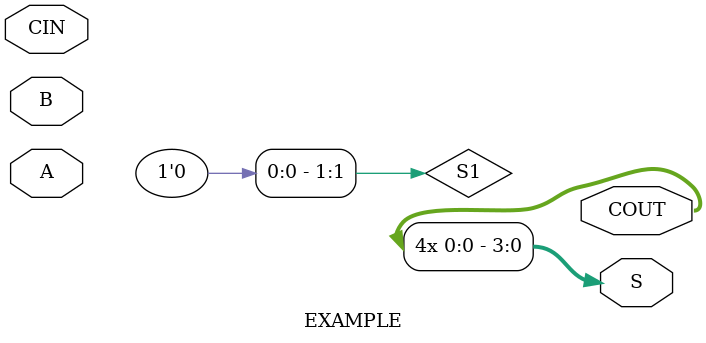
<source format=v>
module EXAMPLE (A, B, CIN, S, COUT); 
 
input [3:0] A, B; 
input CIN; 
output [3:0] S; 
output COUT; 
 
wire [3:0] S; 
wire COUT; 
reg [1:0] S0, S1, S2, S3; 
reg  [10:0]x[10:0] ;
assign COUT=S[0];
assign COUT=S[1];
assign COUT=S[2];
assign COUT=S[3];
assign S1=x[2][1-1:0];
endmodule

</source>
